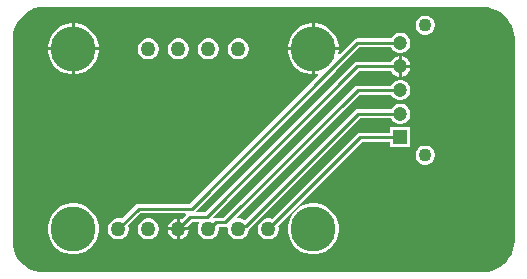
<source format=gbr>
G04*
G04 #@! TF.GenerationSoftware,Altium Limited,Altium Designer,23.1.1 (15)*
G04*
G04 Layer_Physical_Order=1*
G04 Layer_Color=255*
%FSLAX44Y44*%
%MOMM*%
G71*
G04*
G04 #@! TF.SameCoordinates,4BF497F3-78CA-41F9-8CC1-BB5D37DA9F24*
G04*
G04*
G04 #@! TF.FilePolarity,Positive*
G04*
G01*
G75*
%ADD11C,0.2540*%
%ADD15C,1.1000*%
%ADD16C,1.2000*%
%ADD17R,1.2000X1.2000*%
%ADD18C,3.8100*%
%ADD19C,1.2700*%
G36*
X394808Y217357D02*
X398432Y216386D01*
X401897Y214950D01*
X405146Y213075D01*
X408122Y210791D01*
X410775Y208139D01*
X413058Y205163D01*
X414934Y201914D01*
X416369Y198448D01*
X417340Y194825D01*
X417830Y191106D01*
Y189230D01*
Y21590D01*
Y19717D01*
X417341Y16002D01*
X416371Y12384D01*
X414938Y8922D01*
X413064Y5678D01*
X410784Y2705D01*
X408134Y56D01*
X405162Y-2225D01*
X401918Y-4098D01*
X398456Y-5531D01*
X394837Y-6501D01*
X391123Y-6990D01*
X389250D01*
X18391Y-6961D01*
X15829D01*
X10804Y-5961D01*
X6070Y-4000D01*
X1810Y-1154D01*
X-1813Y2469D01*
X-4660Y6729D01*
X-6620Y11463D01*
X-7620Y16488D01*
Y19050D01*
Y190500D01*
Y192290D01*
X-7153Y195840D01*
X-6226Y199298D01*
X-4856Y202606D01*
X-3066Y205707D01*
X-886Y208547D01*
X1645Y211079D01*
X4486Y213258D01*
X7587Y215048D01*
X10894Y216418D01*
X14353Y217345D01*
X17902Y217812D01*
X19692D01*
X389214Y217846D01*
X391089D01*
X394808Y217357D01*
D02*
G37*
%LPC*%
G36*
X342729Y210360D02*
X340611D01*
X338567Y209812D01*
X336733Y208754D01*
X335236Y207257D01*
X334178Y205423D01*
X333630Y203379D01*
Y201262D01*
X334178Y199217D01*
X335236Y197383D01*
X336733Y195886D01*
X338567Y194828D01*
X340611Y194280D01*
X342729D01*
X344773Y194828D01*
X346607Y195886D01*
X348104Y197383D01*
X349162Y199217D01*
X349710Y201262D01*
Y203379D01*
X349162Y205423D01*
X348104Y207257D01*
X346607Y208754D01*
X344773Y209812D01*
X342729Y210360D01*
D02*
G37*
G36*
X249032Y203726D02*
X248176D01*
Y183406D01*
X268496D01*
Y184263D01*
X267666Y188434D01*
X266039Y192363D01*
X263676Y195899D01*
X260669Y198906D01*
X257133Y201269D01*
X253204Y202896D01*
X249032Y203726D01*
D02*
G37*
G36*
X245636D02*
X244780D01*
X240609Y202896D01*
X236679Y201269D01*
X233143Y198906D01*
X230136Y195899D01*
X227773Y192363D01*
X226146Y188434D01*
X225316Y184263D01*
Y183406D01*
X245636D01*
Y203726D01*
D02*
G37*
G36*
X45833D02*
X44976D01*
Y183406D01*
X65296D01*
Y184263D01*
X64466Y188434D01*
X62839Y192363D01*
X60476Y195899D01*
X57469Y198906D01*
X53933Y201269D01*
X50004Y202896D01*
X45833Y203726D01*
D02*
G37*
G36*
X42436D02*
X41580D01*
X37408Y202896D01*
X33479Y201269D01*
X29943Y198906D01*
X26936Y195899D01*
X24573Y192363D01*
X22946Y188434D01*
X22116Y184263D01*
Y183406D01*
X42436D01*
Y203726D01*
D02*
G37*
G36*
X321794Y195860D02*
X319546D01*
X317374Y195278D01*
X315426Y194154D01*
X313836Y192564D01*
X313052Y191205D01*
X284419D01*
X282932Y190909D01*
X281672Y190067D01*
X269268Y177663D01*
X268148Y178262D01*
X268496Y180010D01*
Y180866D01*
X248176D01*
Y160546D01*
X249032D01*
X250780Y160894D01*
X251379Y159774D01*
X142480Y50875D01*
X99060D01*
X97573Y50579D01*
X96313Y49737D01*
X84732Y38156D01*
X82976Y38626D01*
X80636D01*
X78375Y38020D01*
X76347Y36850D01*
X74692Y35195D01*
X73522Y33167D01*
X72916Y30906D01*
Y28566D01*
X73522Y26305D01*
X74692Y24277D01*
X76347Y22622D01*
X78375Y21452D01*
X80636Y20846D01*
X82976D01*
X85237Y21452D01*
X87265Y22622D01*
X88920Y24277D01*
X90090Y26305D01*
X90696Y28566D01*
Y30906D01*
X90226Y32662D01*
X100669Y43105D01*
X138686D01*
X139212Y41835D01*
X135532Y38156D01*
X133876Y38599D01*
Y31006D01*
X141469D01*
X141026Y32662D01*
X144375Y36011D01*
X150029D01*
X150631Y34741D01*
X149722Y33167D01*
X149116Y30906D01*
Y28566D01*
X149722Y26305D01*
X150892Y24277D01*
X152547Y22622D01*
X154575Y21452D01*
X156836Y20846D01*
X159176D01*
X161437Y21452D01*
X163465Y22622D01*
X165120Y24277D01*
X166290Y26305D01*
X166896Y28566D01*
Y30906D01*
X167251Y31369D01*
X172414D01*
X173377Y31560D01*
X173854Y31286D01*
X174424Y30752D01*
X174516Y30591D01*
Y28566D01*
X175122Y26305D01*
X176292Y24277D01*
X177947Y22622D01*
X179975Y21452D01*
X182236Y20846D01*
X184576D01*
X186837Y21452D01*
X188865Y22622D01*
X190520Y24277D01*
X191690Y26305D01*
X192296Y28566D01*
Y29457D01*
X192702Y29728D01*
X286409Y123435D01*
X313052D01*
X313836Y122076D01*
X315426Y120486D01*
X317374Y119362D01*
X319546Y118780D01*
X321794D01*
X323966Y119362D01*
X325914Y120486D01*
X327504Y122076D01*
X328628Y124024D01*
X329210Y126196D01*
Y128444D01*
X328628Y130616D01*
X327504Y132564D01*
X325914Y134154D01*
X323966Y135278D01*
X321794Y135860D01*
X319546D01*
X317374Y135278D01*
X315426Y134154D01*
X313836Y132564D01*
X313052Y131205D01*
X284800D01*
X283313Y130909D01*
X282053Y130067D01*
X188846Y36860D01*
X186837Y38020D01*
X184576Y38626D01*
X183076D01*
X182550Y39896D01*
X286089Y143435D01*
X313052D01*
X313836Y142076D01*
X315426Y140486D01*
X317374Y139362D01*
X319546Y138780D01*
X321794D01*
X323966Y139362D01*
X325914Y140486D01*
X327504Y142076D01*
X328628Y144024D01*
X329210Y146196D01*
Y148444D01*
X328628Y150616D01*
X327504Y152564D01*
X325914Y154154D01*
X323966Y155278D01*
X321794Y155860D01*
X319546D01*
X317374Y155278D01*
X315426Y154154D01*
X313836Y152564D01*
X313052Y151205D01*
X284480D01*
X282993Y150909D01*
X281733Y150067D01*
X170805Y39138D01*
X164574D01*
X163087Y38842D01*
X162740Y38611D01*
X161931Y39597D01*
X285769Y163435D01*
X313052D01*
X313836Y162076D01*
X315426Y160486D01*
X317374Y159362D01*
X319400Y158819D01*
Y167320D01*
Y175821D01*
X317374Y175278D01*
X315426Y174154D01*
X313836Y172564D01*
X313052Y171205D01*
X284160D01*
X282673Y170909D01*
X281413Y170067D01*
X155127Y43781D01*
X148169D01*
X147643Y45051D01*
X265817Y163225D01*
X265817Y163225D01*
X286028Y183435D01*
X313052D01*
X313836Y182076D01*
X315426Y180486D01*
X317374Y179362D01*
X319546Y178780D01*
X321794D01*
X323966Y179362D01*
X325914Y180486D01*
X327504Y182076D01*
X328628Y184024D01*
X329210Y186196D01*
Y188444D01*
X328628Y190616D01*
X327504Y192564D01*
X325914Y194154D01*
X323966Y195278D01*
X321794Y195860D01*
D02*
G37*
G36*
X184576Y191026D02*
X182236D01*
X179975Y190420D01*
X177947Y189250D01*
X176292Y187595D01*
X175122Y185567D01*
X174516Y183306D01*
Y180966D01*
X175122Y178705D01*
X176292Y176677D01*
X177947Y175022D01*
X179975Y173852D01*
X182236Y173246D01*
X184576D01*
X186837Y173852D01*
X188865Y175022D01*
X190520Y176677D01*
X191690Y178705D01*
X192296Y180966D01*
Y183306D01*
X191690Y185567D01*
X190520Y187595D01*
X188865Y189250D01*
X186837Y190420D01*
X184576Y191026D01*
D02*
G37*
G36*
X159176D02*
X156836D01*
X154575Y190420D01*
X152547Y189250D01*
X150892Y187595D01*
X149722Y185567D01*
X149116Y183306D01*
Y180966D01*
X149722Y178705D01*
X150892Y176677D01*
X152547Y175022D01*
X154575Y173852D01*
X156836Y173246D01*
X159176D01*
X161437Y173852D01*
X163465Y175022D01*
X165120Y176677D01*
X166290Y178705D01*
X166896Y180966D01*
Y183306D01*
X166290Y185567D01*
X165120Y187595D01*
X163465Y189250D01*
X161437Y190420D01*
X159176Y191026D01*
D02*
G37*
G36*
X133776D02*
X131436D01*
X129175Y190420D01*
X127147Y189250D01*
X125492Y187595D01*
X124322Y185567D01*
X123716Y183306D01*
Y180966D01*
X124322Y178705D01*
X125492Y176677D01*
X127147Y175022D01*
X129175Y173852D01*
X131436Y173246D01*
X133776D01*
X136037Y173852D01*
X138065Y175022D01*
X139720Y176677D01*
X140890Y178705D01*
X141496Y180966D01*
Y183306D01*
X140890Y185567D01*
X139720Y187595D01*
X138065Y189250D01*
X136037Y190420D01*
X133776Y191026D01*
D02*
G37*
G36*
X108376D02*
X106036D01*
X103775Y190420D01*
X101747Y189250D01*
X100092Y187595D01*
X98922Y185567D01*
X98316Y183306D01*
Y180966D01*
X98922Y178705D01*
X100092Y176677D01*
X101747Y175022D01*
X103775Y173852D01*
X106036Y173246D01*
X108376D01*
X110637Y173852D01*
X112665Y175022D01*
X114320Y176677D01*
X115490Y178705D01*
X116096Y180966D01*
Y183306D01*
X115490Y185567D01*
X114320Y187595D01*
X112665Y189250D01*
X110637Y190420D01*
X108376Y191026D01*
D02*
G37*
G36*
X321940Y175821D02*
Y168590D01*
X329171D01*
X328628Y170616D01*
X327504Y172564D01*
X325914Y174154D01*
X323966Y175278D01*
X321940Y175821D01*
D02*
G37*
G36*
X245636Y180866D02*
X225316D01*
Y180010D01*
X226146Y175839D01*
X227773Y171909D01*
X230136Y168373D01*
X233143Y165366D01*
X236679Y163003D01*
X240609Y161376D01*
X244780Y160546D01*
X245636D01*
Y180866D01*
D02*
G37*
G36*
X65296D02*
X44976D01*
Y160546D01*
X45833D01*
X50004Y161376D01*
X53933Y163003D01*
X57469Y165366D01*
X60476Y168373D01*
X62839Y171909D01*
X64466Y175839D01*
X65296Y180010D01*
Y180866D01*
D02*
G37*
G36*
X42436D02*
X22116D01*
Y180010D01*
X22946Y175839D01*
X24573Y171909D01*
X26936Y168373D01*
X29943Y165366D01*
X33479Y163003D01*
X37408Y161376D01*
X41580Y160546D01*
X42436D01*
Y180866D01*
D02*
G37*
G36*
X329171Y166050D02*
X321940D01*
Y158819D01*
X323966Y159362D01*
X325914Y160486D01*
X327504Y162076D01*
X328628Y164024D01*
X329171Y166050D01*
D02*
G37*
G36*
X329210Y115860D02*
X312130D01*
Y111205D01*
X286390D01*
X284903Y110909D01*
X283643Y110067D01*
X211732Y38156D01*
X209976Y38626D01*
X207636D01*
X205375Y38020D01*
X203347Y36850D01*
X201692Y35195D01*
X200522Y33167D01*
X199916Y30906D01*
Y28566D01*
X200522Y26305D01*
X201692Y24277D01*
X203347Y22622D01*
X205375Y21452D01*
X207636Y20846D01*
X209976D01*
X212237Y21452D01*
X214265Y22622D01*
X215920Y24277D01*
X217090Y26305D01*
X217696Y28566D01*
Y30906D01*
X217226Y32662D01*
X287999Y103435D01*
X312130D01*
Y98780D01*
X329210D01*
Y115860D01*
D02*
G37*
G36*
X342729Y100360D02*
X340611D01*
X338567Y99812D01*
X336733Y98754D01*
X335236Y97257D01*
X334178Y95423D01*
X333630Y93378D01*
Y91262D01*
X334178Y89217D01*
X335236Y87383D01*
X336733Y85886D01*
X338567Y84828D01*
X340611Y84280D01*
X342729D01*
X344773Y84828D01*
X346607Y85886D01*
X348104Y87383D01*
X349162Y89217D01*
X349710Y91262D01*
Y93378D01*
X349162Y95423D01*
X348104Y97257D01*
X346607Y98754D01*
X344773Y99812D01*
X342729Y100360D01*
D02*
G37*
G36*
X131336Y38599D02*
X129175Y38020D01*
X127147Y36850D01*
X125492Y35195D01*
X124322Y33167D01*
X123743Y31006D01*
X131336D01*
Y38599D01*
D02*
G37*
G36*
X141469Y28466D02*
X133876D01*
Y20873D01*
X136037Y21452D01*
X138065Y22622D01*
X139720Y24277D01*
X140890Y26305D01*
X141469Y28466D01*
D02*
G37*
G36*
X131336D02*
X123743D01*
X124322Y26305D01*
X125492Y24277D01*
X127147Y22622D01*
X129175Y21452D01*
X131336Y20873D01*
Y28466D01*
D02*
G37*
G36*
X108376Y38626D02*
X106036D01*
X103775Y38020D01*
X101747Y36850D01*
X100092Y35195D01*
X98922Y33167D01*
X98316Y30906D01*
Y28566D01*
X98922Y26305D01*
X100092Y24277D01*
X101747Y22622D01*
X103775Y21452D01*
X106036Y20846D01*
X108376D01*
X110637Y21452D01*
X112665Y22622D01*
X114320Y24277D01*
X115490Y26305D01*
X116096Y28566D01*
Y30906D01*
X115490Y33167D01*
X114320Y35195D01*
X112665Y36850D01*
X110637Y38020D01*
X108376Y38626D01*
D02*
G37*
G36*
X249032Y51326D02*
X244780D01*
X240609Y50496D01*
X236679Y48869D01*
X233143Y46506D01*
X230136Y43499D01*
X227773Y39963D01*
X226146Y36034D01*
X225316Y31862D01*
Y27610D01*
X226146Y23438D01*
X227773Y19509D01*
X230136Y15973D01*
X233143Y12966D01*
X236679Y10603D01*
X240609Y8976D01*
X244780Y8146D01*
X249032D01*
X253204Y8976D01*
X257133Y10603D01*
X260669Y12966D01*
X263676Y15973D01*
X266039Y19509D01*
X267666Y23438D01*
X268496Y27610D01*
Y31862D01*
X267666Y36034D01*
X266039Y39963D01*
X263676Y43499D01*
X260669Y46506D01*
X257133Y48869D01*
X253204Y50496D01*
X249032Y51326D01*
D02*
G37*
G36*
X45833D02*
X41580D01*
X37408Y50496D01*
X33479Y48869D01*
X29943Y46506D01*
X26936Y43499D01*
X24573Y39963D01*
X22946Y36034D01*
X22116Y31862D01*
Y27610D01*
X22946Y23438D01*
X24573Y19509D01*
X26936Y15973D01*
X29943Y12966D01*
X33479Y10603D01*
X37408Y8976D01*
X41580Y8146D01*
X45833D01*
X50004Y8976D01*
X53933Y10603D01*
X57469Y12966D01*
X60476Y15973D01*
X62839Y19509D01*
X64466Y23438D01*
X65296Y27610D01*
Y31862D01*
X64466Y36034D01*
X62839Y39963D01*
X60476Y43499D01*
X57469Y46506D01*
X53933Y48869D01*
X50004Y50496D01*
X45833Y51326D01*
D02*
G37*
%LPD*%
D11*
X158006Y29736D02*
X159056D01*
X164574Y35254D01*
X172414D02*
X284480Y147320D01*
X164574Y35254D02*
X172414D01*
X132606Y29736D02*
X142766Y39896D01*
X156736D01*
X186155Y29736D02*
X188895Y32475D01*
X183406Y29736D02*
X186155D01*
X188895Y32475D02*
X189955D01*
X284800Y127320D01*
X286390Y107320D02*
X320670D01*
X208806Y29736D02*
X286390Y107320D01*
X284800Y127320D02*
X320670D01*
X284480Y147320D02*
X320670D01*
X156736Y39896D02*
X284160Y167320D01*
X320670D01*
X263071Y165972D02*
X284419Y187320D01*
X320670D01*
X144089Y46990D02*
X263071Y165972D01*
X263071D01*
X99060Y46990D02*
X144089D01*
X81806Y29736D02*
X99060Y46990D01*
D15*
X341670Y202320D02*
D03*
Y92320D02*
D03*
D16*
X320670Y187320D02*
D03*
Y167320D02*
D03*
Y147320D02*
D03*
Y127320D02*
D03*
D17*
Y107320D02*
D03*
D18*
X246906Y29736D02*
D03*
X43706D02*
D03*
X246906Y182136D02*
D03*
X43706D02*
D03*
D19*
X81806Y29736D02*
D03*
X183406D02*
D03*
X132606D02*
D03*
X158006D02*
D03*
X107206D02*
D03*
X208806D02*
D03*
X158006Y182136D02*
D03*
X132606D02*
D03*
X183406D02*
D03*
X107206D02*
D03*
M02*

</source>
